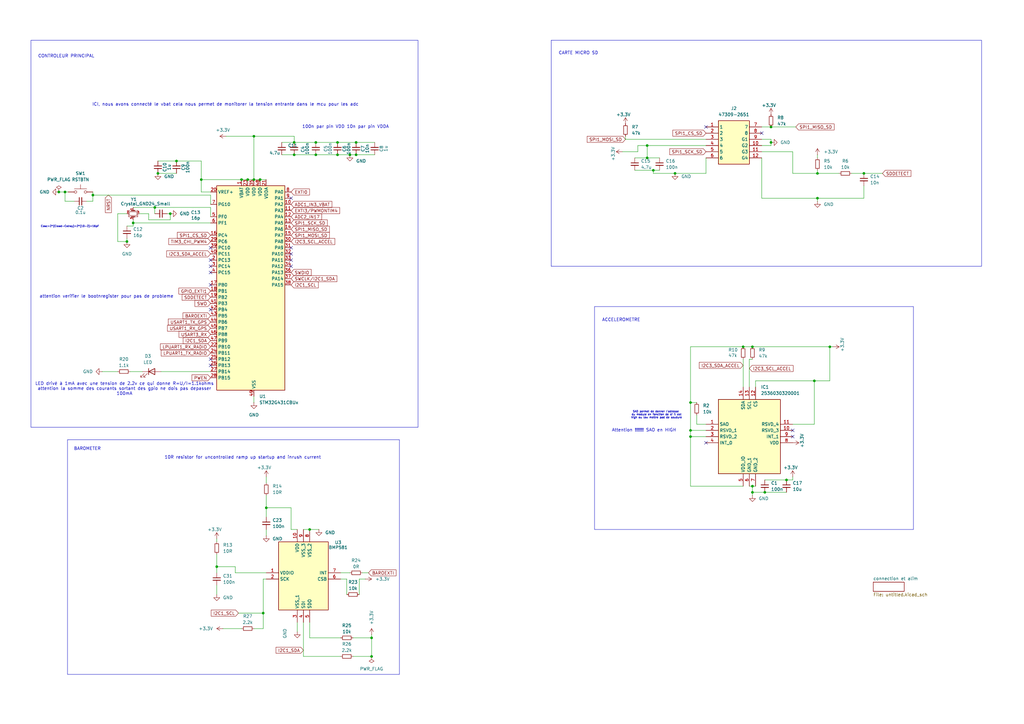
<source format=kicad_sch>
(kicad_sch (version 20231120) (generator "eeschema") (generator_version "8.0")
  (paper "A3")
  (lib_symbols
    (symbol "Device:C_Small" (pin_numbers hide) (pin_names (offset 0.254) hide)
      (property "Reference" "C" (at 0.254 1.778 0))
      (property "Value" "C_Small" (at 0.254 -2.032 0))
      (symbol "C_Small_0_1"
        (polyline (pts (xy -1.524 -0.508) (xy 1.524 -0.508)) (stroke (width 0.3302)))
        (polyline (pts (xy -1.524 0.508) (xy 1.524 0.508)) (stroke (width 0.3048)))
      )
      (symbol "C_Small_1_1"
        (pin passive line (at 0 2.54 270) (length 2.032) (name "~") (number "1"))
        (pin passive line (at 0 -2.54 90) (length 2.032) (name "~") (number "2"))
      )
    )
    (symbol "Device:Crystal_GND24_Small" (pin_names (offset 1.016) hide)
      (property "Reference" "Y" (at 1.27 4.445 0))
      (property "Value" "Crystal_GND24_Small" (at 1.27 2.54 0))
      (symbol "Crystal_GND24_Small_0_1"
        (rectangle (start -0.762 -1.524) (end 0.762 1.524))
        (polyline (pts (xy -1.27 -0.762) (xy -1.27 0.762)) (stroke (width 0.381)))
        (polyline (pts (xy 1.27 -0.762) (xy 1.27 0.762)) (stroke (width 0.381)))
        (polyline (pts (xy -1.27 -1.27) (xy -1.27 -1.905) (xy 1.27 -1.905) (xy 1.27 -1.27)))
        (polyline (pts (xy -1.27 1.27) (xy -1.27 1.905) (xy 1.27 1.905) (xy 1.27 1.27)))
      )
      (symbol "Crystal_GND24_Small_1_1"
        (pin passive line (at -2.54 0 0) (length 1.27) (name "1") (number "1"))
        (pin passive line (at 0 -2.54 90) (length 0.635) (name "2") (number "2"))
        (pin passive line (at 2.54 0 180) (length 1.27) (name "3") (number "3"))
        (pin passive line (at 0 2.54 270) (length 0.635) (name "4") (number "4"))
      )
    )
    (symbol "Device:LED" (pin_numbers hide) (pin_names (offset 1.016) hide)
      (property "Reference" "D" (at 0 2.54 0))
      (property "Value" "LED" (at 0 -2.54 0))
      (symbol "LED_0_1"
        (polyline (pts (xy -1.27 -1.27) (xy -1.27 1.27)) (stroke (width 0.254)))
        (polyline (pts (xy -1.27 0) (xy 1.27 0)))
        (polyline (pts (xy 1.27 -1.27) (xy 1.27 1.27) (xy -1.27 0) (xy 1.27 -1.27)) (stroke (width 0.254)))
        (polyline (pts (xy -3.048 -0.762) (xy -4.572 -2.286) (xy -3.81 -2.286) (xy -4.572 -2.286) (xy -4.572 -1.524)))
        (polyline (pts (xy -1.778 -0.762) (xy -3.302 -2.286) (xy -2.54 -2.286) (xy -3.302 -2.286) (xy -3.302 -1.524)))
      )
      (symbol "LED_1_1"
        (pin passive line (at -3.81 0 0) (length 2.54) (name "K") (number "1"))
        (pin passive line (at 3.81 0 180) (length 2.54) (name "A") (number "2"))
      )
    )
    (symbol "Device:R_Small" (pin_numbers hide) (pin_names (offset 0.254) hide)
      (property "Reference" "R" (at 0.762 0.508 0))
      (property "Value" "R_Small" (at 0.762 -1.016 0))
      (symbol "R_Small_0_1"
        (rectangle (start -0.762 1.778) (end 0.762 -1.778) (stroke (width 0.2032)))
      )
      (symbol "R_Small_1_1"
        (pin passive line (at 0 2.54 270) (length 0.762) (name "~") (number "1"))
        (pin passive line (at 0 -2.54 90) (length 0.762) (name "~") (number "2"))
      )
    )
    (symbol "MCU_ST_STM32G4:STM32G431CBUx"
      (property "Reference" "U" (at -12.7 44.45 0))
      (property "Value" "STM32G431CBUx" (at 10.16 44.45 0))
      (symbol "STM32G431CBUx_0_1"
        (rectangle (start -12.7 -40.64) (end 15.24 43.18) (stroke (width 0.254)) (fill (type background)))
      )
      (symbol "STM32G431CBUx_1_1"
        (pin power_in line (at -2.54 45.72 270) (length 2.54) (name "VBAT") (number "1"))
        (pin bidirectional line (at 17.78 35.56 180) (length 2.54) (name "PA2") (number "10"))
        (pin bidirectional line (at 17.78 33.02 180) (length 2.54) (name "PA3") (number "11"))
        (pin bidirectional line (at 17.78 30.48 180) (length 2.54) (name "PA4") (number "12"))
        (pin bidirectional line (at 17.78 27.94 180) (length 2.54) (name "PA5") (number "13"))
        (pin bidirectional line (at 17.78 25.4 180) (length 2.54) (name "PA6") (number "14"))
        (pin bidirectional line (at 17.78 22.86 180) (length 2.54) (name "PA7") (number "15"))
        (pin bidirectional line (at -15.24 22.86 0) (length 2.54) (name "PC4") (number "16"))
        (pin bidirectional line (at -15.24 2.54 0) (length 2.54) (name "PB0") (number "17"))
        (pin bidirectional line (at -15.24 0 0) (length 2.54) (name "PB1") (number "18"))
        (pin bidirectional line (at -15.24 -2.54 0) (length 2.54) (name "PB2") (number "19"))
        (pin bidirectional line (at -15.24 12.7 0) (length 2.54) (name "PC13") (number "2"))
        (pin input line (at -15.24 40.64 0) (length 2.54) (name "VREF+") (number "20"))
        (pin power_in line (at 7.62 45.72 270) (length 2.54) (name "VDDA") (number "21"))
        (pin bidirectional line (at -15.24 -22.86 0) (length 2.54) (name "PB10") (number "22"))
        (pin power_in line (at 0 45.72 270) (length 2.54) (name "VDD") (number "23"))
        (pin bidirectional line (at -15.24 -25.4 0) (length 2.54) (name "PB11") (number "24"))
        (pin bidirectional line (at -15.24 -27.94 0) (length 2.54) (name "PB12") (number "25"))
        (pin bidirectional line (at -15.24 -30.48 0) (length 2.54) (name "PB13") (number "26"))
        (pin bidirectional line (at -15.24 -33.02 0) (length 2.54) (name "PB14") (number "27"))
        (pin bidirectional line (at -15.24 -35.56 0) (length 2.54) (name "PB15") (number "28"))
        (pin bidirectional line (at -15.24 20.32 0) (length 2.54) (name "PC6") (number "29"))
        (pin bidirectional line (at -15.24 10.16 0) (length 2.54) (name "PC14") (number "3"))
        (pin bidirectional line (at 17.78 20.32 180) (length 2.54) (name "PA8") (number "30"))
        (pin bidirectional line (at 17.78 17.78 180) (length 2.54) (name "PA9") (number "31"))
        (pin bidirectional line (at 17.78 15.24 180) (length 2.54) (name "PA10") (number "32"))
        (pin bidirectional line (at 17.78 12.7 180) (length 2.54) (name "PA11") (number "33"))
        (pin bidirectional line (at 17.78 10.16 180) (length 2.54) (name "PA12") (number "34"))
        (pin power_in line (at 2.54 45.72 270) (length 2.54) (name "VDD") (number "35"))
        (pin bidirectional line (at 17.78 7.62 180) (length 2.54) (name "PA13") (number "36"))
        (pin bidirectional line (at 17.78 5.08 180) (length 2.54) (name "PA14") (number "37"))
        (pin bidirectional line (at 17.78 2.54 180) (length 2.54) (name "PA15") (number "38"))
        (pin bidirectional line (at -15.24 17.78 0) (length 2.54) (name "PC10") (number "39"))
        (pin bidirectional line (at -15.24 7.62 0) (length 2.54) (name "PC15") (number "4"))
        (pin bidirectional line (at -15.24 15.24 0) (length 2.54) (name "PC11") (number "40"))
        (pin bidirectional line (at -15.24 -5.08 0) (length 2.54) (name "PB3") (number "41"))
        (pin bidirectional line (at -15.24 -7.62 0) (length 2.54) (name "PB4") (number "42"))
        (pin bidirectional line (at -15.24 -10.16 0) (length 2.54) (name "PB5") (number "43"))
        (pin bidirectional line (at -15.24 -12.7 0) (length 2.54) (name "PB6") (number "44"))
        (pin bidirectional line (at -15.24 -15.24 0) (length 2.54) (name "PB7") (number "45"))
        (pin bidirectional line (at -15.24 -17.78 0) (length 2.54) (name "PB8") (number "46"))
        (pin bidirectional line (at -15.24 -20.32 0) (length 2.54) (name "PB9") (number "47"))
        (pin power_in line (at 5.08 45.72 270) (length 2.54) (name "VDD") (number "48"))
        (pin power_in line (at 2.54 -43.18 90) (length 2.54) (name "VSS") (number "49"))
        (pin bidirectional line (at -15.24 30.48 0) (length 2.54) (name "PF0") (number "5"))
        (pin bidirectional line (at -15.24 27.94 0) (length 2.54) (name "PF1") (number "6"))
        (pin bidirectional line (at -15.24 35.56 0) (length 2.54) (name "PG10") (number "7"))
        (pin bidirectional line (at 17.78 40.64 180) (length 2.54) (name "PA0") (number "8"))
        (pin bidirectional line (at 17.78 38.1 180) (length 2.54) (name "PA1") (number "9"))
      )
    )
    (symbol "Switch:SW_Push" (pin_numbers hide) (pin_names (offset 1.016) hide)
      (property "Reference" "SW" (at 1.27 2.54 0))
      (property "Value" "SW_Push" (at 0 -1.524 0))
      (symbol "SW_Push_0_1"
        (circle (center -2.032 0) (radius 0.508))
        (polyline (pts (xy 0 1.27) (xy 0 3.048)))
        (polyline (pts (xy 2.54 1.27) (xy -2.54 1.27)))
        (circle (center 2.032 0) (radius 0.508))
        (pin passive line (at -5.08 0 0) (length 2.54) (name "1") (number "1"))
        (pin passive line (at 5.08 0 180) (length 2.54) (name "2") (number "2"))
      )
    )
    (symbol "WSEN-ISDS:2536030320001"
      (property "Reference" "IC" (at 31.75 15.24 0))
      (property "Value" "2536030320001" (at 31.75 12.7 0))
      (symbol "2536030320001_1_1"
        (rectangle (start 5.08 10.16) (end 30.48 -20.32) (stroke (width 0.254)) (fill (type background)))
        (pin passive line (at 0 0 0) (length 5.08) (name "SAO") (number "1"))
        (pin passive line (at 35.56 -2.54 180) (length 5.08) (name "RSVD_3") (number "10"))
        (pin passive line (at 35.56 0 180) (length 5.08) (name "RSVD_4") (number "11"))
        (pin passive line (at 20.32 15.24 270) (length 5.08) (name "CS") (number "12"))
        (pin passive line (at 17.78 15.24 270) (length 5.08) (name "SCL") (number "13"))
        (pin passive line (at 15.24 15.24 270) (length 5.08) (name "SDA") (number "14"))
        (pin passive line (at 0 -2.54 0) (length 5.08) (name "RSVD_1") (number "2"))
        (pin passive line (at 0 -5.08 0) (length 5.08) (name "RSVD_2") (number "3"))
        (pin passive line (at 0 -7.62 0) (length 5.08) (name "INT_0") (number "4"))
        (pin passive line (at 15.24 -25.4 90) (length 5.08) (name "VDD_IO") (number "5"))
        (pin passive line (at 17.78 -25.4 90) (length 5.08) (name "GND_1") (number "6"))
        (pin passive line (at 20.32 -25.4 90) (length 5.08) (name "GND_2") (number "7"))
        (pin passive line (at 35.56 -7.62 180) (length 5.08) (name "VDD") (number "8"))
        (pin passive line (at 35.56 -5.08 180) (length 5.08) (name "INT_1") (number "9"))
      )
    )
    (symbol "bmp581:BMP581"
      (property "Reference" "U" (at 26.67 17.78 0))
      (property "Value" "BMP581" (at 26.67 15.24 0))
      (symbol "BMP581_1_1"
        (rectangle (start 5.08 12.7) (end 25.4 -15.24) (stroke (width 0.254)) (fill (type background)))
        (pin passive line (at 0 0 0) (length 5.08) (name "VDDIO") (number "1"))
        (pin passive line (at 12.7 17.78 270) (length 5.08) (name "VDD") (number "10"))
        (pin passive line (at 0 -2.54 0) (length 5.08) (name "SCK") (number "2"))
        (pin passive line (at 12.7 -20.32 90) (length 5.08) (name "VSS_1") (number "3"))
        (pin passive line (at 15.24 -20.32 90) (length 5.08) (name "SDI") (number "4"))
        (pin passive line (at 17.78 -20.32 90) (length 5.08) (name "SDO") (number "5"))
        (pin passive line (at 30.48 -2.54 180) (length 5.08) (name "CSB") (number "6"))
        (pin passive line (at 30.48 0 180) (length 5.08) (name "INT") (number "7"))
        (pin passive line (at 17.78 17.78 270) (length 5.08) (name "VSS_2") (number "8"))
        (pin passive line (at 15.24 17.78 270) (length 5.08) (name "VSS_3") (number "9"))
      )
    )
    (symbol "molex 47309-2651:47309-2651"
      (property "Reference" "J" (at 19.05 7.62 0))
      (property "Value" "47309-2651" (at 19.05 5.08 0))
      (symbol "47309-2651_1_1"
        (rectangle (start 5.08 2.54) (end 17.78 -15.24) (stroke (width 0.254)) (fill (type background)))
        (pin passive line (at 0 0 0) (length 5.08) (name "1") (number "1"))
        (pin passive line (at 22.86 -7.62 180) (length 5.08) (name "G2") (number "10"))
        (pin passive line (at 22.86 -10.16 180) (length 5.08) (name "G3") (number "11"))
        (pin passive line (at 22.86 -12.7 180) (length 5.08) (name "G4") (number "12"))
        (pin passive line (at 0 -2.54 0) (length 5.08) (name "2") (number "2"))
        (pin passive line (at 0 -5.08 0) (length 5.08) (name "3") (number "3"))
        (pin passive line (at 0 -7.62 0) (length 5.08) (name "4") (number "4"))
        (pin passive line (at 0 -10.16 0) (length 5.08) (name "5") (number "5"))
        (pin passive line (at 0 -12.7 0) (length 5.08) (name "6") (number "6"))
        (pin passive line (at 22.86 0 180) (length 5.08) (name "7") (number "7"))
        (pin passive line (at 22.86 -2.54 180) (length 5.08) (name "8") (number "8"))
        (pin passive line (at 22.86 -5.08 180) (length 5.08) (name "G1") (number "9"))
      )
    )
    (symbol "power:+3.3V" (power) (pin_numbers hide) (pin_names (offset 0) hide)
      (property "Value" "+3.3V" (at 0 3.556 0))
      (symbol "+3.3V_0_1"
        (polyline (pts (xy -0.762 1.27) (xy 0 2.54)))
        (polyline (pts (xy 0 0) (xy 0 2.54)))
        (polyline (pts (xy 0 2.54) (xy 0.762 1.27)))
      )
      (symbol "+3.3V_1_1"
        (pin power_in line (at 0 0 90) (length 0) (name "~") (number "1"))
      )
    )
    (symbol "power:GND" (power) (pin_numbers hide) (pin_names (offset 0) hide)
      (property "Value" "GND" (at 0 -3.81 0))
      (symbol "GND_0_1"
        (polyline (pts (xy 0 0) (xy 0 -1.27) (xy 1.27 -1.27) (xy 0 -2.54) (xy -1.27 -1.27) (xy 0 -1.27)))
      )
      (symbol "GND_1_1"
        (pin power_in line (at 0 0 270) (length 0) (name "~") (number "1"))
      )
    )
    (symbol "power:PWR_FLAG" (power) (pin_numbers hide) (pin_names (offset 0) hide)
      (property "Value" "PWR_FLAG" (at 0 3.81 0))
      (symbol "PWR_FLAG_0_0"
        (pin power_out line (at 0 0 90) (length 0) (name "~") (number "1"))
      )
      (symbol "PWR_FLAG_0_1"
        (polyline (pts (xy 0 0) (xy 0 1.27) (xy -1.016 1.905) (xy 0 2.54) (xy 1.016 1.905) (xy 0 1.27)))
      )
    )
  )
  (junction (at 313.69 201.93))
  (junction (at 276.86 71.12))
  (junction (at 283.21 176.53))
  (junction (at 88.9 232.41))
  (junction (at 82.55 73.66))
  (junction (at 107.95 251.46))
  (junction (at 146.05 63.5))
  (junction (at 152.4 261.62))
  (junction (at 265.43 64.77))
  (junction (at 316.23 58.42))
  (junction (at 308.61 142.24))
  (junction (at 308.61 201.93))
  (junction (at 138.43 58.42))
  (junction (at 138.43 63.5))
  (junction (at 104.14 55.88))
  (junction (at 120.65 63.5))
  (junction (at 69.85 87.63))
  (junction (at 26.67 78.74))
  (junction (at 54.61 91.44))
  (junction (at 64.77 71.12))
  (junction (at 127 217.17))
  (junction (at 334.01 156.21))
  (junction (at 120.65 58.42))
  (junction (at 335.28 71.12))
  (junction (at 143.51 63.5))
  (junction (at 152.4 269.24))
  (junction (at 340.36 142.24))
  (junction (at 129.54 58.42))
  (junction (at 308.61 199.39))
  (junction (at 267.97 69.85))
  (junction (at 304.8 142.24))
  (junction (at 283.21 179.07))
  (junction (at 63.5 85.09))
  (junction (at 283.21 165.1))
  (junction (at 104.14 73.66))
  (junction (at 354.33 71.12))
  (junction (at 146.05 58.42))
  (junction (at 24.13 78.74))
  (junction (at 99.06 73.66))
  (junction (at 106.68 73.66))
  (junction (at 101.6 73.66))
  (junction (at 52.07 99.06))
  (junction (at 38.1 80.01))
  (junction (at 316.23 52.07))
  (junction (at 335.28 81.28))
  (junction (at 109.22 208.28))
  (junction (at 72.39 66.04))
  (junction (at 265.43 59.69))
  (junction (at 129.54 63.5))
  (junction (at 322.58 196.85))
  (no_connect (at 86.36 106.68))
  (no_connect (at 119.38 101.6))
  (no_connect (at 289.56 52.07))
  (no_connect (at 86.36 127))
  (no_connect (at 325.12 176.53))
  (no_connect (at 86.36 111.76))
  (no_connect (at 119.38 106.68))
  (no_connect (at 86.36 116.84))
  (no_connect (at 325.12 179.07))
  (no_connect (at 289.56 181.61))
  (no_connect (at 86.36 147.32))
  (no_connect (at 86.36 101.6))
  (no_connect (at 119.38 109.22))
  (no_connect (at 119.38 81.28))
  (no_connect (at 86.36 149.86))
  (no_connect (at 86.36 109.22))
  (no_connect (at 119.38 104.14))
  (no_connect (at 312.42 54.61))
  (wire (pts (xy 48.26 99.06) (xy 52.07 99.06)))
  (wire (pts (xy 60.96 90.17) (xy 69.85 90.17)))
  (wire (pts (xy 308.61 199.39) (xy 308.61 201.93)))
  (wire (pts (xy 129.54 63.5) (xy 138.43 63.5)))
  (wire (pts (xy 88.9 220.98) (xy 88.9 222.25)))
  (wire (pts (xy 106.68 73.66) (xy 109.22 73.66)))
  (wire (pts (xy 60.96 87.63) (xy 60.96 90.17)))
  (wire (pts (xy 147.32 237.49) (xy 149.86 237.49)))
  (wire (pts (xy 69.85 90.17) (xy 69.85 87.63)))
  (wire (pts (xy 138.43 63.5) (xy 143.51 63.5)))
  (wire (pts (xy 144.78 261.62) (xy 152.4 261.62)))
  (wire (pts (xy 335.28 71.12) (xy 344.17 71.12)))
  (wire (pts (xy 334.01 156.21) (xy 340.36 156.21)))
  (wire (pts (xy 115.57 63.5) (xy 120.65 63.5)))
  (wire (pts (xy 88.9 240.03) (xy 88.9 243.84)))
  (wire (pts (xy 109.22 234.95) (xy 96.52 234.95)))
  (wire (pts (xy 119.38 208.28) (xy 109.22 208.28)))
  (wire (pts (xy 308.61 201.93) (xy 313.69 201.93)))
  (wire (pts (xy 26.67 78.74) (xy 27.94 78.74)))
  (wire (pts (xy 152.4 269.24) (xy 152.4 261.62)))
  (wire (pts (xy 283.21 179.07) (xy 283.21 176.53)))
  (wire (pts (xy 109.22 208.28) (xy 109.22 212.09)))
  (wire (pts (xy 322.58 196.85) (xy 325.12 196.85)))
  (wire (pts (xy 325.12 195.58) (xy 325.12 196.85)))
  (wire (pts (xy 86.36 85.09) (xy 86.36 88.9)))
  (wire (pts (xy 101.6 73.66) (xy 104.14 73.66)))
  (wire (pts (xy 64.77 71.12) (xy 72.39 71.12)))
  (wire (pts (xy 283.21 142.24) (xy 283.21 165.1)))
  (wire (pts (xy 86.36 78.74) (xy 82.55 78.74)))
  (wire (pts (xy 120.65 55.88) (xy 120.65 58.42)))
  (wire (pts (xy 96.52 234.95) (xy 96.52 232.41)))
  (wire (pts (xy 115.57 58.42) (xy 120.65 58.42)))
  (wire (pts (xy 35.56 82.55) (xy 38.1 82.55)))
  (wire (pts (xy 307.34 147.32) (xy 308.61 147.32)))
  (wire (pts (xy 53.34 152.4) (xy 58.42 152.4)))
  (wire (pts (xy 325.12 62.23) (xy 325.12 71.12)))
  (wire (pts (xy 335.28 81.28) (xy 335.28 82.55)))
  (wire (pts (xy 38.1 80.01) (xy 38.1 82.55)))
  (wire (pts (xy 261.62 62.23) (xy 261.62 59.69)))
  (wire (pts (xy 63.5 85.09) (xy 63.5 87.63)))
  (wire (pts (xy 57.15 87.63) (xy 60.96 87.63)))
  (wire (pts (xy 26.67 82.55) (xy 26.67 78.74)))
  (wire (pts (xy 52.07 97.79) (xy 52.07 99.06)))
  (wire (pts (xy 109.22 195.58) (xy 109.22 198.12)))
  (wire (pts (xy 109.22 203.2) (xy 109.22 208.28)))
  (wire (pts (xy 121.92 255.27) (xy 121.92 259.08)))
  (wire (pts (xy 127 261.62) (xy 139.7 261.62)))
  (wire (pts (xy 54.61 91.44) (xy 86.36 91.44)))
  (wire (pts (xy 283.21 179.07) (xy 289.56 179.07)))
  (wire (pts (xy 38.1 80.01) (xy 86.36 80.01)))
  (wire (pts (xy 283.21 176.53) (xy 289.56 176.53)))
  (wire (pts (xy 99.06 73.66) (xy 101.6 73.66)))
  (wire (pts (xy 307.34 199.39) (xy 308.61 199.39)))
  (wire (pts (xy 308.61 199.39) (xy 309.88 199.39)))
  (wire (pts (xy 325.12 71.12) (xy 335.28 71.12)))
  (wire (pts (xy 325.12 173.99) (xy 334.01 173.99)))
  (wire (pts (xy 104.14 162.56) (xy 104.14 165.1)))
  (wire (pts (xy 142.24 243.84) (xy 142.24 237.49)))
  (wire (pts (xy 316.23 58.42) (xy 316.23 57.15)))
  (wire (pts (xy 316.23 59.69) (xy 316.23 58.42)))
  (wire (pts (xy 127 217.17) (xy 130.81 217.17)))
  (wire (pts (xy 104.14 73.66) (xy 106.68 73.66)))
  (wire (pts (xy 283.21 142.24) (xy 304.8 142.24)))
  (wire (pts (xy 88.9 232.41) (xy 88.9 234.95)))
  (wire (pts (xy 289.56 173.99) (xy 285.75 173.99)))
  (wire (pts (xy 88.9 227.33) (xy 88.9 232.41)))
  (wire (pts (xy 316.23 52.07) (xy 312.42 52.07)))
  (wire (pts (xy 64.77 66.04) (xy 72.39 66.04)))
  (wire (pts (xy 52.07 92.71) (xy 54.61 92.71)))
  (wire (pts (xy 256.54 57.15) (xy 256.54 55.88)))
  (wire (pts (xy 256.54 57.15) (xy 289.56 57.15)))
  (wire (pts (xy 312.42 81.28) (xy 312.42 64.77)))
  (wire (pts (xy 334.01 173.99) (xy 334.01 156.21)))
  (wire (pts (xy 120.65 63.5) (xy 129.54 63.5)))
  (wire (pts (xy 104.14 55.88) (xy 120.65 55.88)))
  (wire (pts (xy 313.69 196.85) (xy 322.58 196.85)))
  (wire (pts (xy 54.61 91.44) (xy 54.61 90.17)))
  (wire (pts (xy 267.97 69.85) (xy 270.51 69.85)))
  (wire (pts (xy 146.05 58.42) (xy 153.67 58.42)))
  (wire (pts (xy 142.24 237.49) (xy 139.7 237.49)))
  (wire (pts (xy 68.58 87.63) (xy 69.85 87.63)))
  (wire (pts (xy 308.61 201.93) (xy 308.61 203.2)))
  (wire (pts (xy 349.25 71.12) (xy 354.33 71.12)))
  (wire (pts (xy 54.61 85.09) (xy 63.5 85.09)))
  (wire (pts (xy 307.34 158.75) (xy 307.34 147.32)))
  (wire (pts (xy 63.5 85.09) (xy 86.36 85.09)))
  (wire (pts (xy 285.75 173.99) (xy 285.75 170.18)))
  (wire (pts (xy 335.28 63.5) (xy 335.28 64.77)))
  (wire (pts (xy 82.55 73.66) (xy 99.06 73.66)))
  (wire (pts (xy 309.88 156.21) (xy 334.01 156.21)))
  (wire (pts (xy 340.36 142.24) (xy 341.63 142.24)))
  (wire (pts (xy 312.42 59.69) (xy 316.23 59.69)))
  (wire (pts (xy 308.61 142.24) (xy 340.36 142.24)))
  (wire (pts (xy 66.04 152.4) (xy 86.36 152.4)))
  (wire (pts (xy 151.13 234.95) (xy 148.59 234.95)))
  (wire (pts (xy 96.52 232.41) (xy 88.9 232.41)))
  (wire (pts (xy 82.55 78.74) (xy 82.55 73.66)))
  (wire (pts (xy 340.36 156.21) (xy 340.36 142.24)))
  (wire (pts (xy 24.13 78.74) (xy 26.67 78.74)))
  (wire (pts (xy 124.46 255.27) (xy 124.46 269.24)))
  (wire (pts (xy 82.55 66.04) (xy 72.39 66.04)))
  (wire (pts (xy 304.8 142.24) (xy 308.61 142.24)))
  (wire (pts (xy 38.1 78.74) (xy 38.1 80.01)))
  (wire (pts (xy 139.7 234.95) (xy 143.51 234.95)))
  (wire (pts (xy 260.35 69.85) (xy 267.97 69.85)))
  (wire (pts (xy 289.56 71.12) (xy 276.86 71.12)))
  (wire (pts (xy 335.28 81.28) (xy 312.42 81.28)))
  (wire (pts (xy 30.48 82.55) (xy 26.67 82.55)))
  (wire (pts (xy 289.56 59.69) (xy 265.43 59.69)))
  (wire (pts (xy 104.14 257.81) (xy 107.95 257.81)))
  (wire (pts (xy 354.33 81.28) (xy 335.28 81.28)))
  (wire (pts (xy 52.07 87.63) (xy 48.26 87.63)))
  (wire (pts (xy 267.97 71.12) (xy 267.97 69.85)))
  (wire (pts (xy 147.32 243.84) (xy 147.32 237.49)))
  (wire (pts (xy 283.21 165.1) (xy 285.75 165.1)))
  (wire (pts (xy 354.33 71.12) (xy 361.95 71.12)))
  (wire (pts (xy 138.43 58.42) (xy 146.05 58.42)))
  (wire (pts (xy 124.46 269.24) (xy 139.7 269.24)))
  (wire (pts (xy 107.95 251.46) (xy 97.79 251.46)))
  (wire (pts (xy 91.44 257.81) (xy 99.06 257.81)))
  (wire (pts (xy 261.62 59.69) (xy 265.43 59.69)))
  (wire (pts (xy 41.91 152.4) (xy 48.26 152.4)))
  (wire (pts (xy 143.51 63.5) (xy 146.05 63.5)))
  (wire (pts (xy 276.86 71.12) (xy 267.97 71.12)))
  (wire (pts (xy 86.36 80.01) (xy 86.36 83.82)))
  (wire (pts (xy 119.38 217.17) (xy 119.38 208.28)))
  (wire (pts (xy 146.05 63.5) (xy 153.67 63.5)))
  (wire (pts (xy 335.28 69.85) (xy 335.28 71.12)))
  (wire (pts (xy 82.55 73.66) (xy 82.55 66.04)))
  (wire (pts (xy 109.22 217.17) (xy 109.22 219.71)))
  (wire (pts (xy 127 255.27) (xy 127 261.62)))
  (wire (pts (xy 129.54 58.42) (xy 138.43 58.42)))
  (wire (pts (xy 107.95 237.49) (xy 107.95 251.46)))
  (wire (pts (xy 313.69 201.93) (xy 322.58 201.93)))
  (wire (pts (xy 152.4 261.62) (xy 152.4 260.35)))
  (wire (pts (xy 109.22 237.49) (xy 107.95 237.49)))
  (wire (pts (xy 316.23 57.15) (xy 312.42 57.15)))
  (wire (pts (xy 104.14 55.88) (xy 104.14 73.66)))
  (wire (pts (xy 92.71 55.88) (xy 104.14 55.88)))
  (wire (pts (xy 283.21 165.1) (xy 283.21 176.53)))
  (wire (pts (xy 312.42 62.23) (xy 325.12 62.23)))
  (wire (pts (xy 54.61 92.71) (xy 54.61 91.44)))
  (wire (pts (xy 309.88 158.75) (xy 309.88 156.21)))
  (wire (pts (xy 289.56 64.77) (xy 289.56 71.12)))
  (wire (pts (xy 326.39 52.07) (xy 316.23 52.07)))
  (wire (pts (xy 265.43 64.77) (xy 270.51 64.77)))
  (wire (pts (xy 144.78 269.24) (xy 152.4 269.24)))
  (wire (pts (xy 255.27 62.23) (xy 261.62 62.23)))
  (wire (pts (xy 107.95 257.81) (xy 107.95 251.46)))
  (wire (pts (xy 265.43 59.69) (xy 265.43 64.77)))
  (wire (pts (xy 48.26 87.63) (xy 48.26 99.06)))
  (wire (pts (xy 121.92 217.17) (xy 119.38 217.17)))
  (wire (pts (xy 283.21 179.07) (xy 283.21 199.39)))
  (wire (pts (xy 260.35 64.77) (xy 265.43 64.77)))
  (wire (pts (xy 304.8 199.39) (xy 283.21 199.39)))
  (wire (pts (xy 124.46 217.17) (xy 127 217.17)))
  (wire (pts (xy 304.8 147.32) (xy 304.8 158.75)))
  (wire (pts (xy 120.65 58.42) (xy 129.54 58.42)))
  (wire (pts (xy 354.33 76.2) (xy 354.33 81.28)))
  (rectangle (start 27.686 180.34) (end 163.83 276.606))
  (rectangle (start 243.84 125.73) (end 374.65 217.17))
  (rectangle (start 12.7 16.51) (end 171.45 175.26))
  (rectangle (start 226.06 16.51) (end 402.59 109.22))
  (text "Cosc=2*(Cload-Cstray)=2*(10-2)=16pF\n" (at 28.702 92.964 0) (effects (font (size 0.762 0.762))))
  (text "BAROMETER\n" (at 35.814 184.15 0) (effects (font (size 1.27 1.27))))
  (text "10R resistor for uncontrolled ramp up startup and inrush current" (at 99.568 187.706 0) (effects (font (size 1.27 1.27))))
  (text "LED drivé à 1mA avec une tension de 2.2v ce qui donne R=U/I=1.1kohms\nattention la somme des courants sortant des gpio ne dois pas depasser\n100mA" (at 51.054 159.512 0) (effects (font (size 1.27 1.27))))
  (text "Attention !!!!!! SAO en HIGH" (at 264.16 176.53 0) (effects (font (size 1.27 1.27))))
  (text "CONTROLEUR PRINCIPAL" (at 27.178 23.114 0) (effects (font (size 1.27 1.27))))
  (text "CARTE MICRO SD" (at 237.236 21.844 0) (effects (font (size 1.27 1.27))))
  (text "SAO permet de donner l'adresse\n du module en fonction de si il est\n high ou low mettre pad de soudure" (at 268.986 170.18 0) (effects (font (size 0.762 0.762))))
  (text "ICI, nous avons connecté le vbat cela nous permet de monitorer la tension entrante dans le mcu pour les adc" (at 92.456 42.926 0) (effects (font (size 1.27 1.27))))
  (text "100n par pin VDD 10n par pin VDDA" (at 141.732 52.07 0) (effects (font (size 1.27 1.27))))
  (text "ACCELEROMETRE" (at 254.762 131.318 0) (effects (font (size 1.27 1.27))))
  (text "attention verifier le bootnregister pour pas de probleme" (at 43.688 121.666 0) (effects (font (size 1.27 1.27))))
  (global_label "SWO" (shape input) (at 86.36 124.46 180) (property "Intersheetrefs" "${INTERSHEET_REFS}" (effects (hide yes))))
  (global_label "SPI1_CS_SD" (shape input) (at 86.36 96.52 180) (property "Intersheetrefs" "${INTERSHEET_REFS}" (effects (hide yes))))
  (global_label "USART1_TX_GPS" (shape input) (at 86.36 132.08 180) (property "Intersheetrefs" "${INTERSHEET_REFS}" (effects (hide yes))))
  (global_label "SPI1_MOSI_SD" (shape input) (at 256.54 57.15 180) (property "Intersheetrefs" "${INTERSHEET_REFS}" (effects (hide yes))))
  (global_label "BAROEXTI" (shape input) (at 86.36 129.54 180) (property "Intersheetrefs" "${INTERSHEET_REFS}" (effects (hide yes))))
  (global_label "I2C1_SCL" (shape input) (at 119.38 116.84 0) (property "Intersheetrefs" "${INTERSHEET_REFS}" (effects (hide yes))))
  (global_label "I2C3_SDA_ACCEL" (shape input) (at 304.8 149.86 180) (property "Intersheetrefs" "${INTERSHEET_REFS}" (effects (hide yes))))
  (global_label "I2C1_SCL" (shape input) (at 97.79 251.46 180) (property "Intersheetrefs" "${INTERSHEET_REFS}" (effects (hide yes))))
  (global_label "I2C1_SDA" (shape input) (at 124.46 266.7 180) (property "Intersheetrefs" "${INTERSHEET_REFS}" (effects (hide yes))))
  (global_label "SPI1_SCK_SD" (shape input) (at 289.56 62.23 180) (property "Intersheetrefs" "${INTERSHEET_REFS}" (effects (hide yes))))
  (global_label "ADC1_IN3_VBAT" (shape input) (at 119.38 83.82 0) (property "Intersheetrefs" "${INTERSHEET_REFS}" (effects (hide yes))))
  (global_label "I2C3_SCL_ACCEL" (shape input) (at 119.38 99.06 0) (property "Intersheetrefs" "${INTERSHEET_REFS}" (effects (hide yes))))
  (global_label "EXTI3{slash}PWMONTIM4" (shape input) (at 119.38 86.36 0) (property "Intersheetrefs" "${INTERSHEET_REFS}" (effects (hide yes))))
  (global_label "SWCLK{slash}I2C1_SDA" (shape input) (at 119.38 114.3 0) (property "Intersheetrefs" "${INTERSHEET_REFS}" (effects (hide yes))))
  (global_label "SPI1_MISO_SD" (shape input) (at 326.39 52.07 0) (property "Intersheetrefs" "${INTERSHEET_REFS}" (effects (hide yes))))
  (global_label "USART1_RX_GPS" (shape input) (at 86.36 134.62 180) (property "Intersheetrefs" "${INTERSHEET_REFS}" (effects (hide yes))))
  (global_label "SPI1_MISO_SD" (shape input) (at 119.38 93.98 0) (property "Intersheetrefs" "${INTERSHEET_REFS}" (effects (hide yes))))
  (global_label "I2C3_SDA_ACCEL" (shape input) (at 86.36 104.14 180) (property "Intersheetrefs" "${INTERSHEET_REFS}" (effects (hide yes))))
  (global_label "LPUART1_RX_RADIO" (shape input) (at 86.36 142.24 180) (property "Intersheetrefs" "${INTERSHEET_REFS}" (effects (hide yes))))
  (global_label "SDDETECT" (shape input) (at 86.36 121.92 180) (property "Intersheetrefs" "${INTERSHEET_REFS}" (effects (hide yes))))
  (global_label "I2C3_SCL_ACCEL" (shape input) (at 307.34 151.13 0) (property "Intersheetrefs" "${INTERSHEET_REFS}" (effects (hide yes))))
  (global_label "TIM3_CHI_PWM4" (shape input) (at 86.36 99.06 180) (property "Intersheetrefs" "${INTERSHEET_REFS}" (effects (hide yes))))
  (global_label "BAROEXTI" (shape input) (at 151.13 234.95 0) (property "Intersheetrefs" "${INTERSHEET_REFS}" (effects (hide yes))))
  (global_label "NRST" (shape input) (at 44.45 80.01 270) (property "Intersheetrefs" "${INTERSHEET_REFS}" (effects (hide yes))))
  (global_label "I2C1_SDA" (shape input) (at 86.36 139.7 180) (property "Intersheetrefs" "${INTERSHEET_REFS}" (effects (hide yes))))
  (global_label "SPI1_SCK_SD" (shape input) (at 119.38 91.44 0) (property "Intersheetrefs" "${INTERSHEET_REFS}" (effects (hide yes))))
  (global_label "SDDETECT" (shape input) (at 361.95 71.12 0) (property "Intersheetrefs" "${INTERSHEET_REFS}" (effects (hide yes))))
  (global_label "SWDIO" (shape input) (at 119.38 111.76 0) (property "Intersheetrefs" "${INTERSHEET_REFS}" (effects (hide yes))))
  (global_label "GPIO_EXTI1" (shape input) (at 86.36 119.38 180) (property "Intersheetrefs" "${INTERSHEET_REFS}" (effects (hide yes))))
  (global_label "ADC2_IN17" (shape input) (at 119.38 88.9 0) (property "Intersheetrefs" "${INTERSHEET_REFS}" (effects (hide yes))))
  (global_label "EXTI0" (shape input) (at 119.38 78.74 0) (property "Intersheetrefs" "${INTERSHEET_REFS}" (effects (hide yes))))
  (global_label "SPI1_MOSI_SD" (shape input) (at 119.38 96.52 0) (property "Intersheetrefs" "${INTERSHEET_REFS}" (effects (hide yes))))
  (global_label "LPUART1_TX_RADIO" (shape input) (at 86.36 144.78 180) (property "Intersheetrefs" "${INTERSHEET_REFS}" (effects (hide yes))))
  (global_label "USART3_RX" (shape input) (at 86.36 137.16 180) (property "Intersheetrefs" "${INTERSHEET_REFS}" (effects (hide yes))))
  (global_label "PWEN" (shape input) (at 86.36 154.94 180) (property "Intersheetrefs" "${INTERSHEET_REFS}" (effects (hide yes))))
  (global_label "SPI1_CS_SD" (shape input) (at 289.56 54.61 180) (property "Intersheetrefs" "${INTERSHEET_REFS}" (effects (hide yes))))
  (symbol (lib_id "power:GND") (at 52.07 99.06 0) (unit 1)
    (property "Reference" "#PWR012" (effects (hide yes)))
    (property "Value" "GND" (at 52.07 104.14 0))
    (property "Description" "Power symbol creates a global label with name \"GND\" , ground" (effects (hide yes)))
  )
  (symbol (lib_id "Device:R_Small") (at 304.8 144.78 180) (unit 1)
    (property "Reference" "R10" (at 298.704 143.51 0) (effects (justify right)))
    (property "Value" "47k" (at 298.704 145.796 0) (effects (justify right)))
    (property "Footprint" "Resistor_SMD:R_0402_1005Metric_Pad0.72x0.64mm_HandSolder" (effects (hide yes)))
    (property "Description" "Resistor, small symbol" (effects (hide yes)))
  )
  (symbol (lib_id "power:+3.3V") (at 255.27 62.23 90) (unit 1)
    (property "Reference" "#PWR016" (effects (hide yes)))
    (property "Value" "+3.3V" (at 251.46 66.04 0) (effects (justify left)))
    (property "Description" "Power symbol creates a global label with name \"+3.3V\"" (effects (hide yes)))
  )
  (symbol (lib_id "bmp581:BMP581") (at 109.22 234.95 0) (unit 1)
    (property "Reference" "U3" (at 138.684 222.504 0))
    (property "Value" "BMP581" (at 138.684 224.536 0))
    (property "Footprint" "bmp581:BMP581" (effects (hide yes)))
    (property "Datasheet" "https://www.bosch-sensortec.com/media/boschsensortec/downloads/datasheets/bst-bmp581-ds004.pdf" (effects (hide yes)))
    (property "Description" "Pressure Sensor 4.35PSI ~ 18.13PSI (30kPa ~ 125kPa) Absolute 10-WFLGA" (effects (hide yes)))
    (property "Height" "0.8" (effects (hide yes)))
    (property "Manufacturer_Name" "BOSCH" (effects (hide yes)))
    (property "Manufacturer_Part_Number" "BMP581" (effects (hide yes)))
    (property "Mouser Part Number" "262-BMP581" (effects (hide yes)))
    (property "Mouser Price/Stock" "https://www.mouser.co.uk/ProductDetail/Bosch-Sensortec/BMP581?qs=Li%252BoUPsLEntPL9tlFmcgXg%3D%3D" (effects (hide yes)))
    (property "Arrow Part Number" "BMP581" (effects (hide yes)))
    (property "Arrow Price/Stock" "https://www.arrow.com/en/products/bmp581/bosch?utm_currency=USD&region=nac" (effects (hide yes)))
  )
  (symbol (lib_id "Device:R_Small") (at 109.22 200.66 0) (unit 1)
    (property "Reference" "R14" (at 111.76 199.3899 0) (effects (justify left)))
    (property "Value" "10R" (at 111.76 201.9299 0) (effects (justify left)))
    (property "Footprint" "Resistor_SMD:R_0402_1005Metric_Pad0.72x0.64mm_HandSolder" (effects (hide yes)))
    (property "Description" "Resistor, small symbol" (effects (hide yes)))
  )
  (symbol (lib_id "power:+3.3V") (at 149.86 237.49 270) (unit 1)
    (property "Reference" "#PWR06" (effects (hide yes)))
    (property "Value" "+3.3V" (at 153.924 237.49 90) (effects (justify left)))
    (property "Description" "Power symbol creates a global label with name \"+3.3V\"" (effects (hide yes)))
  )
  (symbol (lib_id "power:+3.3V") (at 152.4 260.35 0) (unit 1)
    (property "Reference" "#PWR02" (effects (hide yes)))
    (property "Value" "+3.3V" (at 152.4 256.286 90) (effects (justify left)))
    (property "Description" "Power symbol creates a global label with name \"+3.3V\"" (effects (hide yes)))
  )
  (symbol (lib_id "molex 47309-2651:47309-2651") (at 289.56 52.07 0) (unit 1)
    (property "Reference" "J2" (at 300.99 44.45 0))
    (property "Value" "47309-2651" (at 300.99 46.99 0))
    (property "Footprint" "molexmicrosd:47309-2651" (effects (hide yes)))
    (property "Datasheet" "http://www.molex.com/webdocs/datasheets/pdf/en-us//0473092651_MEMORY_CARD_SOCKET.pdf" (effects (hide yes)))
    (property "Description" "1 Micro SD Detect switch 2.65mm height" (effects (hide yes)))
    (property "Manufacturer_Name" "Molex" (effects (hide yes)))
    (property "Manufacturer_Part_Number" "47309-2651" (effects (hide yes)))
  )
  (symbol (lib_id "Device:C_Small") (at 66.04 87.63 270) (unit 1)
    (property "Reference" "C13" (at 80.264 87.122 90))
    (property "Value" "16p" (at 80.264 89.408 90))
    (property "Footprint" "Capacitor_SMD:C_0402_1005Metric_Pad0.74x0.62mm_HandSolder" (effects (hide yes)))
    (property "Description" "Unpolarized capacitor, small symbol" (effects (hide yes)))
  )
  (symbol (lib_id "Device:C_Small") (at 129.54 60.96 180) (unit 1)
    (property "Reference" "C5" (at 133.604 60.96 90))
    (property "Value" "100n" (at 135.382 60.96 90))
    (property "Footprint" "Capacitor_SMD:C_0402_1005Metric_Pad0.74x0.62mm_HandSolder" (effects (hide yes)))
    (property "Description" "Unpolarized capacitor, small symbol" (effects (hide yes)))
  )
  (symbol (lib_id "Device:C_Small") (at 52.07 95.25 0) (unit 1)
    (property "Reference" "C12" (at 54.61 93.9862 0) (effects (justify left)))
    (property "Value" "16p" (at 54.61 96.5262 0) (effects (justify left)))
    (property "Footprint" "Capacitor_SMD:C_0402_1005Metric_Pad0.74x0.62mm_HandSolder" (effects (hide yes)))
    (property "Description" "Unpolarized capacitor, small symbol" (effects (hide yes)))
  )
  (symbol (lib_id "WSEN-ISDS:2536030320001") (at 289.56 173.99 0) (unit 1)
    (property "Reference" "IC1" (at 312.0741 158.75 0) (effects (justify left)))
    (property "Value" "2536030320001" (at 312.0741 161.29 0) (effects (justify left)))
    (property "Footprint" "WSEN-ISDS:2536030320001" (effects (hide yes)))
    (property "Datasheet" "https://www.we-online.com/components/products/datasheet/2536030320001.pdf" (effects (hide yes)))
    (property "Description" "IMUs - Inertial Measurement Units WSEN-ISDS IMU 6-axis (Inertial measurement unit) +/-16g, +/-2000 dps,-40 +/- 85C" (effects (hide yes)))
    (property "Height" "0.86" (effects (hide yes)))
    (property "Manufacturer_Name" "Wurth Elektronik" (effects (hide yes)))
    (property "Manufacturer_Part_Number" "2536030320001" (effects (hide yes)))
    (property "Mouser Part Number" "710-2536030320001" (effects (hide yes)))
    (property "Mouser Price/Stock" "https://www.mouser.co.uk/ProductDetail/Wurth-Elektronik/2536030320001?qs=ulEaXIWI0c9qLb0BLguFyA%3D%3D" (effects (hide yes)))
  )
  (symbol (lib_id "Device:C_Small") (at 72.39 68.58 180) (unit 1)
    (property "Reference" "C9" (at 75.184 68.58 90))
    (property "Value" "100n" (at 76.962 68.58 90))
    (property "Footprint" "Capacitor_SMD:C_0402_1005Metric_Pad0.74x0.62mm_HandSolder" (effects (hide yes)))
    (property "Description" "Unpolarized capacitor, small symbol" (effects (hide yes)))
  )
  (symbol (lib_id "power:+3.3V") (at 91.44 257.81 90) (unit 1)
    (property "Reference" "#PWR03" (effects (hide yes)))
    (property "Value" "+3.3V" (at 87.376 257.81 90) (effects (justify left)))
    (property "Description" "Power symbol creates a global label with name \"+3.3V\"" (effects (hide yes)))
  )
  (symbol (lib_id "power:GND") (at 69.85 87.63 90) (unit 1)
    (property "Reference" "#PWR011" (effects (hide yes)))
    (property "Value" "GND" (at 73.66 87.6299 90) (effects (justify right)))
    (property "Description" "Power symbol creates a global label with name \"GND\" , ground" (effects (hide yes)))
  )
  (symbol (lib_id "power:+3.3V") (at 256.54 50.8 0) (unit 1)
    (property "Reference" "#PWR017" (effects (hide yes)))
    (property "Value" "+3.3V" (at 252.73 46.99 0) (effects (justify left)))
    (property "Description" "Power symbol creates a global label with name \"+3.3V\"" (effects (hide yes)))
  )
  (symbol (lib_id "Device:R_Small") (at 88.9 224.79 0) (unit 1)
    (property "Reference" "R13" (at 91.44 223.5199 0) (effects (justify left)))
    (property "Value" "10R" (at 91.44 226.0599 0) (effects (justify left)))
    (property "Footprint" "Resistor_SMD:R_0402_1005Metric_Pad0.72x0.64mm_HandSolder" (effects (hide yes)))
    (property "Description" "Resistor, small symbol" (effects (hide yes)))
  )
  (symbol (lib_id "Device:R_Small") (at 101.6 257.81 90) (unit 1)
    (property "Reference" "R27" (at 101.6 252.73 90))
    (property "Value" "2.2k" (at 101.6 255.27 90))
    (property "Footprint" "Resistor_SMD:R_0402_1005Metric_Pad0.72x0.64mm_HandSolder" (effects (hide yes)))
    (property "Description" "Resistor, small symbol" (effects (hide yes)))
  )
  (symbol (lib_id "power:GND") (at 88.9 243.84 0) (unit 1)
    (property "Reference" "#PWR037" (effects (hide yes)))
    (property "Value" "GND" (at 91.44 245.1099 0) (effects (justify left)))
    (property "Description" "Power symbol creates a global label with name \"GND\" , ground" (effects (hide yes)))
  )
  (symbol (lib_id "power:PWR_FLAG") (at 24.13 78.74 0) (unit 1)
    (property "Reference" "#FLG01" (effects (hide yes)))
    (property "Value" "PWR_FLAG" (at 24.13 73.66 0))
    (property "Description" "Special symbol for telling ERC where power comes from" (effects (hide yes)))
  )
  (symbol (lib_id "power:PWR_FLAG") (at 152.4 269.24 180) (unit 1)
    (property "Reference" "#FLG02" (effects (hide yes)))
    (property "Value" "PWR_FLAG" (at 152.4 274.32 0))
    (property "Description" "Special symbol for telling ERC where power comes from" (effects (hide yes)))
  )
  (symbol (lib_id "Device:C_Small") (at 138.43 60.96 180) (unit 1)
    (property "Reference" "C6" (at 141.224 60.96 90))
    (property "Value" "100n" (at 143.002 60.96 90))
    (property "Footprint" "Capacitor_SMD:C_0402_1005Metric_Pad0.74x0.62mm_HandSolder" (effects (hide yes)))
    (property "Description" "Unpolarized capacitor, small symbol" (effects (hide yes)))
  )
  (symbol (lib_id "Device:C_Small") (at 64.77 68.58 180) (unit 1)
    (property "Reference" "C10" (at 67.564 68.58 90))
    (property "Value" "1u" (at 69.342 68.58 90))
    (property "Footprint" "Capacitor_SMD:C_0402_1005Metric_Pad0.74x0.62mm_HandSolder" (effects (hide yes)))
    (property "Description" "Unpolarized capacitor, small symbol" (effects (hide yes)))
  )
  (symbol (lib_id "power:GND") (at 276.86 71.12 0) (unit 1)
    (property "Reference" "#PWR019" (effects (hide yes)))
    (property "Value" "GND" (at 279.4 72.3899 0) (effects (justify left)))
    (property "Description" "Power symbol creates a global label with name \"GND\" , ground" (effects (hide yes)))
  )
  (symbol (lib_id "Device:C_Small") (at 120.65 60.96 180) (unit 1)
    (property "Reference" "C4" (at 124.206 61.214 90))
    (property "Value" "100n" (at 125.984 60.96 90))
    (property "Footprint" "Capacitor_SMD:C_0402_1005Metric_Pad0.74x0.62mm_HandSolder" (effects (hide yes)))
    (property "Description" "Unpolarized capacitor, small symbol" (effects (hide yes)))
  )
  (symbol (lib_id "Device:C_Small") (at 153.67 60.96 180) (unit 1)
    (property "Reference" "C8" (at 156.464 60.96 90))
    (property "Value" "1u" (at 158.242 60.96 90))
    (property "Footprint" "Capacitor_SMD:C_0402_1005Metric_Pad0.74x0.62mm_HandSolder" (effects (hide yes)))
    (property "Description" "Unpolarized capacitor, small symbol" (effects (hide yes)))
  )
  (symbol (lib_id "power:+3.3V") (at 325.12 195.58 0) (unit 1)
    (property "Reference" "#PWR022" (effects (hide yes)))
    (property "Value" "+3.3V" (at 321.31 191.77 0) (effects (justify left)))
    (property "Description" "Power symbol creates a global label with name \"+3.3V\"" (effects (hide yes)))
  )
  (symbol (lib_id "power:GND") (at 316.23 58.42 90) (unit 1)
    (property "Reference" "#PWR015" (effects (hide yes)))
    (property "Value" "GND" (at 320.04 58.4199 90) (effects (justify right)))
    (property "Description" "Power symbol creates a global label with name \"GND\" , ground" (effects (hide yes)))
  )
  (symbol (lib_id "Device:R_Small") (at 308.61 144.78 0) (unit 1)
    (property "Reference" "R9" (at 311.15 143.5099 0) (effects (justify left)))
    (property "Value" "47k" (at 311.15 146.0499 0) (effects (justify left)))
    (property "Footprint" "Resistor_SMD:R_0402_1005Metric_Pad0.72x0.64mm_HandSolder" (effects (hide yes)))
    (property "Description" "Resistor, small symbol" (effects (hide yes)))
  )
  (symbol (lib_id "Device:R_Small") (at 142.24 261.62 90) (unit 1)
    (property "Reference" "R25" (at 142.24 256.54 90))
    (property "Value" "10k" (at 142.24 259.08 90))
    (property "Footprint" "Resistor_SMD:R_0402_1005Metric_Pad0.72x0.64mm_HandSolder" (effects (hide yes)))
    (property "Description" "Resistor, small symbol" (effects (hide yes)))
  )
  (symbol (lib_id "power:GND") (at 109.22 219.71 0) (unit 1)
    (property "Reference" "#PWR038" (effects (hide yes)))
    (property "Value" "GND" (at 111.76 220.9799 0) (effects (justify left)))
    (property "Description" "Power symbol creates a global label with name \"GND\" , ground" (effects (hide yes)))
  )
  (symbol (lib_id "power:+3.3V") (at 325.12 181.61 270) (unit 1)
    (property "Reference" "#PWR023" (effects (hide yes)))
    (property "Value" "+3.3V" (at 328.93 177.8 0) (effects (justify left)))
    (property "Description" "Power symbol creates a global label with name \"+3.3V\"" (effects (hide yes)))
  )
  (symbol (lib_id "power:+3.3V") (at 92.71 55.88 90) (unit 1)
    (property "Reference" "#PWR07" (effects (hide yes)))
    (property "Value" "+3.3V" (at 91.44 53.34 90))
    (property "Description" "Power symbol creates a global label with name \"+3.3V\"" (effects (hide yes)))
  )
  (symbol (lib_id "Device:R_Small") (at 144.78 243.84 270) (unit 1)
    (property "Reference" "R23" (at 144.78 238.76 90))
    (property "Value" "10k" (at 144.78 241.3 90))
    (property "Footprint" "Resistor_SMD:R_0402_1005Metric_Pad0.72x0.64mm_HandSolder" (effects (hide yes)))
    (property "Description" "Resistor, small symbol" (effects (hide yes)))
  )
  (symbol (lib_id "Switch:SW_Push") (at 33.02 78.74 0) (unit 1)
    (property "Reference" "SW1" (at 33.02 71.12 0))
    (property "Value" "RSTBTN" (at 33.02 73.66 0))
    (property "Footprint" "KXT3:SW_KXT3" (effects (hide yes)))
    (property "Description" "Push button switch, generic, two pins" (effects (hide yes)))
  )
  (symbol (lib_id "Device:C_Small") (at 354.33 73.66 0) (unit 1)
    (property "Reference" "C14" (at 356.87 72.3962 0) (effects (justify left)))
    (property "Value" "10n" (at 356.87 74.9362 0) (effects (justify left)))
    (property "Footprint" "Capacitor_SMD:C_0402_1005Metric_Pad0.74x0.62mm_HandSolder" (effects (hide yes)))
    (property "Description" "Unpolarized capacitor, small symbol" (effects (hide yes)))
  )
  (symbol (lib_id "Device:R_Small") (at 142.24 269.24 90) (unit 1)
    (property "Reference" "R26" (at 142.24 264.16 90))
    (property "Value" "2.2k" (at 142.24 266.7 90))
    (property "Footprint" "Resistor_SMD:R_0402_1005Metric_Pad0.72x0.64mm_HandSolder" (effects (hide yes)))
    (property "Description" "Resistor, small symbol" (effects (hide yes)))
  )
  (symbol (lib_id "power:GND") (at 130.81 217.17 0) (unit 1)
    (property "Reference" "#PWR043" (effects (hide yes)))
    (property "Value" "GND" (at 133.35 218.4399 0) (effects (justify left)))
    (property "Description" "Power symbol creates a global label with name \"GND\" , ground" (effects (hide yes)))
  )
  (symbol (lib_id "power:+3.3V") (at 316.23 46.99 0) (unit 1)
    (property "Reference" "#PWR018" (effects (hide yes)))
    (property "Value" "+3.3V" (at 312.42 43.18 0) (effects (justify left)))
    (property "Description" "Power symbol creates a global label with name \"+3.3V\"" (effects (hide yes)))
  )
  (symbol (lib_id "power:GND") (at 121.92 259.08 0) (unit 1)
    (property "Reference" "#PWR044" (effects (hide yes)))
    (property "Value" "GND" (at 116.84 261.874 90) (effects (justify left)))
    (property "Description" "Power symbol creates a global label with name \"GND\" , ground" (effects (hide yes)))
  )
  (symbol (lib_id "Device:C_Small") (at 33.02 82.55 90) (unit 1)
    (property "Reference" "C2" (at 33.02 85.344 90))
    (property "Value" "0.1u" (at 33.02 87.122 90))
    (property "Footprint" "Capacitor_SMD:C_0402_1005Metric_Pad0.74x0.62mm_HandSolder" (effects (hide yes)))
    (property "Description" "Unpolarized capacitor, small symbol" (effects (hide yes)))
  )
  (symbol (lib_id "power:GND") (at 308.61 203.2 0) (unit 1)
    (property "Reference" "#PWR021" (effects (hide yes)))
    (property "Value" "GND" (at 311.15 204.4699 0) (effects (justify left)))
    (property "Description" "Power symbol creates a global label with name \"GND\" , ground" (effects (hide yes)))
  )
  (symbol (lib_id "power:+3.3V") (at 341.63 142.24 270) (unit 1)
    (property "Reference" "#PWR020" (effects (hide yes)))
    (property "Value" "+3.3V" (at 345.44 138.43 0) (effects (justify left)))
    (property "Description" "Power symbol creates a global label with name \"+3.3V\"" (effects (hide yes)))
  )
  (symbol (lib_id "power:+3.3V") (at 335.28 63.5 0) (unit 1)
    (property "Reference" "#PWR013" (effects (hide yes)))
    (property "Value" "+3.3V" (at 337.82 62.2299 0) (effects (justify left)))
    (property "Description" "Power symbol creates a global label with name \"+3.3V\"" (effects (hide yes)))
  )
  (symbol (lib_id "MCU_ST_STM32G4:STM32G431CBUx") (at 101.6 119.38 0) (unit 1)
    (property "Reference" "U1" (at 106.3341 162.56 0) (effects (justify left)))
    (property "Value" "STM32G431CBUx" (at 106.3341 165.1 0) (effects (justify left)))
    (property "Footprint" "Package_DFN_QFN:QFN-48-1EP_7x7mm_P0.5mm_EP5.6x5.6mm" (effects (hide yes)))
    (property "Datasheet" "https://www.st.com/resource/en/datasheet/stm32g431cb.pdf" (effects (hide yes)))
    (property "Description" "STMicroelectronics Arm Cortex-M4 MCU, 128KB flash, 32KB RAM, 170 MHz, 1.71-3.6V, 42 GPIO, UFQFPN48" (effects (hide yes)))
  )
  (symbol (lib_id "Device:C_Small") (at 260.35 67.31 0) (unit 1)
    (property "Reference" "C15" (at 262.89 66.0462 0) (effects (justify left)))
    (property "Value" "4.7u" (at 262.89 68.5862 0) (effects (justify left)))
    (property "Footprint" "Capacitor_SMD:C_0402_1005Metric_Pad0.74x0.62mm_HandSolder" (effects (hide yes)))
    (property "Description" "Unpolarized capacitor, small symbol" (effects (hide yes)))
  )
  (symbol (lib_id "Device:R_Small") (at 335.28 67.31 0) (unit 1)
    (property "Reference" "R5" (at 337.82 66.0399 0) (effects (justify left)))
    (property "Value" "10k" (at 337.82 68.5799 0) (effects (justify left)))
    (property "Footprint" "Resistor_SMD:R_0402_1005Metric_Pad0.72x0.64mm_HandSolder" (effects (hide yes)))
    (property "Description" "Resistor, small symbol" (effects (hide yes)))
  )
  (symbol (lib_id "Device:R_Small") (at 316.23 49.53 0) (unit 1)
    (property "Reference" "R8" (at 318.77 48.2599 0) (effects (justify left)))
    (property "Value" "47k" (at 318.77 50.7999 0) (effects (justify left)))
    (property "Footprint" "Resistor_SMD:R_0402_1005Metric_Pad0.72x0.64mm_HandSolder" (effects (hide yes)))
    (property "Description" "Resistor, small symbol" (effects (hide yes)))
  )
  (symbol (lib_id "Device:C_Small") (at 109.22 214.63 0) (unit 1)
    (property "Reference" "C23" (at 111.76 213.3662 0) (effects (justify left)))
    (property "Value" "100n" (at 111.76 215.9062 0) (effects (justify left)))
    (property "Footprint" "Capacitor_SMD:C_0402_1005Metric_Pad0.74x0.62mm_HandSolder" (effects (hide yes)))
    (property "Description" "Unpolarized capacitor, small symbol" (effects (hide yes)))
  )
  (symbol (lib_id "power:GND") (at 64.77 71.12 0) (unit 1)
    (property "Reference" "#PWR09" (effects (hide yes)))
    (property "Value" "GND" (at 67.31 72.3899 0) (effects (justify left)))
    (property "Description" "Power symbol creates a global label with name \"GND\" , ground" (effects (hide yes)))
  )
  (symbol (lib_id "Device:R_Small") (at 285.75 167.64 0) (unit 1)
    (property "Reference" "R2" (at 288.29 166.3699 0) (effects (justify left)))
    (property "Value" "10k" (at 288.29 168.9099 0) (effects (justify left)))
    (property "Footprint" "Resistor_SMD:R_0402_1005Metric_Pad0.72x0.64mm_HandSolder" (effects (hide yes)))
    (property "Description" "Resistor, small symbol" (effects (hide yes)))
  )
  (symbol (lib_id "Device:C_Small") (at 313.69 199.39 0) (unit 1)
    (property "Reference" "C1" (at 316.23 198.1262 0) (effects (justify left)))
    (property "Value" "100n" (at 316.23 200.6662 0) (effects (justify left)))
    (property "Footprint" "Capacitor_SMD:C_0402_1005Metric_Pad0.74x0.62mm_HandSolder" (effects (hide yes)))
    (property "Description" "Unpolarized capacitor, small symbol" (effects (hide yes)))
  )
  (symbol (lib_id "Device:C_Small") (at 88.9 237.49 0) (unit 1)
    (property "Reference" "C31" (at 91.44 236.2262 0) (effects (justify left)))
    (property "Value" "100n" (at 91.44 238.7662 0) (effects (justify left)))
    (property "Footprint" "Capacitor_SMD:C_0402_1005Metric_Pad0.74x0.62mm_HandSolder" (effects (hide yes)))
    (property "Description" "Unpolarized capacitor, small symbol" (effects (hide yes)))
  )
  (symbol (lib_id "power:GND") (at 335.28 82.55 0) (unit 1)
    (property "Reference" "#PWR014" (effects (hide yes)))
    (property "Value" "GND" (at 337.82 83.8199 0) (effects (justify left)))
    (property "Description" "Power symbol creates a global label with name \"GND\" , ground" (effects (hide yes)))
  )
  (symbol (lib_id "Device:LED") (at 62.23 152.4 0) (unit 1)
    (property "Reference" "D3" (at 60.6425 146.05 0))
    (property "Value" "LED" (at 60.6425 148.59 0))
    (property "Footprint" "LED_SMD:LED_0603_1608Metric_Pad1.05x0.95mm_HandSolder" (effects (hide yes)))
    (property "Description" "Light emitting diode" (effects (hide yes)))
  )
  (symbol (lib_id "power:GND") (at 24.13 78.74 270) (unit 1)
    (property "Reference" "#PWR01" (effects (hide yes)))
    (property "Value" "GND" (at 20.32 78.7399 90) (effects (justify right)))
    (property "Description" "Power symbol creates a global label with name \"GND\" , ground" (effects (hide yes)))
  )
  (symbol (lib_id "power:GND") (at 41.91 152.4 270) (unit 1)
    (property "Reference" "#PWR030" (effects (hide yes)))
    (property "Value" "GND" (at 38.1 152.3999 90) (effects (justify right)))
    (property "Description" "Power symbol creates a global label with name \"GND\" , ground" (effects (hide yes)))
  )
  (symbol (lib_id "power:GND") (at 143.51 63.5 0) (unit 1)
    (property "Reference" "#PWR08" (effects (hide yes)))
    (property "Value" "GND" (at 146.05 66.04 0) (effects (justify left)))
    (property "Description" "Power symbol creates a global label with name \"GND\" , ground" (effects (hide yes)))
  )
  (symbol (lib_id "Device:C_Small") (at 146.05 60.96 180) (unit 1)
    (property "Reference" "C7" (at 148.844 60.96 90))
    (property "Value" "10n" (at 150.622 60.96 90))
    (property "Footprint" "Capacitor_SMD:C_0402_1005Metric_Pad0.74x0.62mm_HandSolder" (effects (hide yes)))
    (property "Description" "Unpolarized capacitor, small symbol" (effects (hide yes)))
  )
  (symbol (lib_id "Device:R_Small") (at 50.8 152.4 90) (unit 1)
    (property "Reference" "R20" (at 50.8 147.32 90))
    (property "Value" "1.1k" (at 50.8 149.86 90))
    (property "Footprint" "Resistor_SMD:R_0402_1005Metric_Pad0.72x0.64mm_HandSolder" (effects (hide yes)))
    (property "Description" "Resistor, small symbol" (effects (hide yes)))
  )
  (symbol (lib_id "Device:R_Small") (at 146.05 234.95 90) (unit 1)
    (property "Reference" "R24" (at 146.05 229.87 90))
    (property "Value" "0R" (at 146.05 232.41 90))
    (property "Footprint" "Resistor_SMD:R_0402_1005Metric_Pad0.72x0.64mm_HandSolder" (effects (hide yes)))
    (property "Description" "Resistor, small symbol" (effects (hide yes)))
  )
  (symbol (lib_id "Device:R_Small") (at 346.71 71.12 90) (unit 1)
    (property "Reference" "R6" (at 346.71 66.04 90))
    (property "Value" "10k" (at 346.71 68.58 90))
    (property "Footprint" "Resistor_SMD:R_0402_1005Metric_Pad0.72x0.64mm_HandSolder" (effects (hide yes)))
    (property "Description" "Resistor, small symbol" (effects (hide yes)))
  )
  (symbol (lib_id "power:GND") (at 104.14 165.1 0) (unit 1)
    (property "Reference" "#PWR010" (effects (hide yes)))
    (property "Value" "GND" (at 104.14 170.18 0))
    (property "Description" "Power symbol creates a global label with name \"GND\" , ground" (effects (hide yes)))
  )
  (symbol (lib_id "power:+3.3V") (at 109.22 195.58 0) (unit 1)
    (property "Reference" "#PWR040" (effects (hide yes)))
    (property "Value" "+3.3V" (at 105.41 191.77 0) (effects (justify left)))
    (property "Description" "Power symbol creates a global label with name \"+3.3V\"" (effects (hide yes)))
  )
  (symbol (lib_id "power:+3.3V") (at 88.9 220.98 0) (unit 1)
    (property "Reference" "#PWR042" (effects (hide yes)))
    (property "Value" "+3.3V" (at 85.09 217.17 0) (effects (justify left)))
    (property "Description" "Power symbol creates a global label with name \"+3.3V\"" (effects (hide yes)))
  )
  (symbol (lib_id "Device:C_Small") (at 270.51 67.31 0) (unit 1)
    (property "Reference" "C16" (at 273.05 66.0462 0) (effects (justify left)))
    (property "Value" "100n" (at 273.05 68.5862 0) (effects (justify left)))
    (property "Footprint" "Capacitor_SMD:C_0402_1005Metric_Pad0.74x0.62mm_HandSolder" (effects (hide yes)))
    (property "Description" "Unpolarized capacitor, small symbol" (effects (hide yes)))
  )
  (symbol (lib_id "Device:R_Small") (at 256.54 53.34 0) (unit 1)
    (property "Reference" "R7" (at 259.08 52.0699 0) (effects (justify left)))
    (property "Value" "47k" (at 259.08 54.6099 0) (effects (justify left)))
    (property "Footprint" "Resistor_SMD:R_0402_1005Metric_Pad0.72x0.64mm_HandSolder" (effects (hide yes)))
    (property "Description" "Resistor, small symbol" (effects (hide yes)))
  )
  (symbol (lib_id "Device:C_Small") (at 115.57 60.96 0) (unit 1)
    (property "Reference" "C11" (at 118.11 59.6962 0) (effects (justify left)))
    (property "Value" "4.7u" (at 110.49 62.738 0) (effects (justify left)))
    (property "Footprint" "Capacitor_SMD:C_0402_1005Metric_Pad0.74x0.62mm_HandSolder" (effects (hide yes)))
    (property "Description" "Unpolarized capacitor, small symbol" (effects (hide yes)))
  )
  (symbol (lib_id "Device:C_Small") (at 322.58 199.39 0) (unit 1)
    (property "Reference" "C17" (at 325.12 198.1262 0) (effects (justify left)))
    (property "Value" "10u" (at 325.12 200.6662 0) (effects (justify left)))
    (property "Footprint" "Capacitor_SMD:C_0402_1005Metric_Pad0.74x0.62mm_HandSolder" (effects (hide yes)))
    (property "Description" "Unpolarized capacitor, small symbol" (effects (hide yes)))
  )
  (symbol (lib_id "Device:Crystal_GND24_Small") (at 54.61 87.63 270) (unit 1)
    (property "Reference" "Y1" (at 54.864 81.788 90))
    (property "Value" "Crystal_GND24_Small" (at 59.69 83.566 90))
    (property "Footprint" "crystalmulticomp:MCSJK7U1200101080B10" (effects (hide yes)))
    (property "Description" "Four pin crystal, GND on pins 2 and 4, small symbol" (effects (hide yes)))
  )
  (sheet (at 358.14 238.76) (size 12.7 3.81) (stroke (width 0.1524))
    (property "Sheetname" "connection et alim" (at 358.14 238.0484 0) (effects (justify left bottom)))
    (property "Sheetfile" "untitled.kicad_sch" (at 358.14 243.1546 0) (effects (justify left top)))
  )
)
</source>
